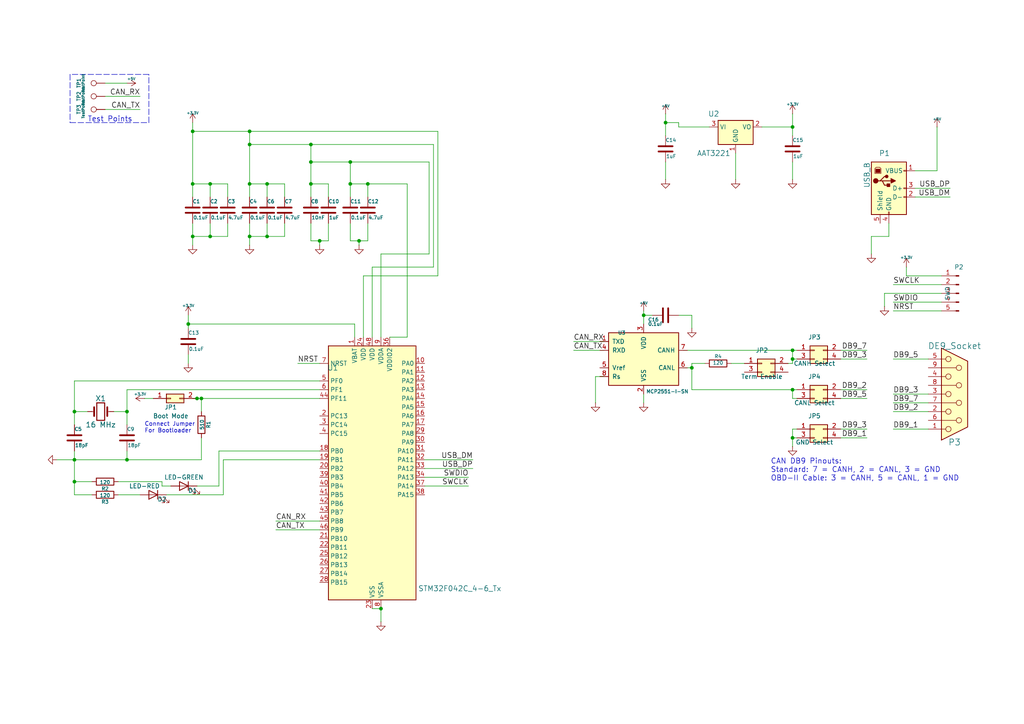
<source format=kicad_sch>
(kicad_sch (version 20250114) (generator "eeschema") (generator_version "9.0")
  (paper "A4")
  (lib_symbols
    (symbol "Connector:Conn_01x05_Pin" (pin_names (offset 1.016) (hide yes))
      (property "Reference" "J" (at 0 7.62 0))
      (property "Value" "Conn_01x05_Pin" (at 0 -7.62 0))
      (symbol "Conn_01x05_Pin_1_1"
        (rectangle (start 0.8636 5.207) (end 0 4.953) (stroke (width 0.1524)) (fill (type outline)))
        (rectangle (start 0.8636 2.667) (end 0 2.413) (stroke (width 0.1524)) (fill (type outline)))
        (rectangle (start 0.8636 0.127) (end 0 -0.127) (stroke (width 0.1524)) (fill (type outline)))
        (rectangle (start 0.8636 -2.413) (end 0 -2.667) (stroke (width 0.1524)) (fill (type outline)))
        (rectangle (start 0.8636 -4.953) (end 0 -5.207) (stroke (width 0.1524)) (fill (type outline)))
        (polyline (pts (xy 1.27 5.08) (xy 0.8636 5.08)) (stroke (width 0.1524)))
        (polyline (pts (xy 1.27 2.54) (xy 0.8636 2.54)) (stroke (width 0.1524)))
        (polyline (pts (xy 1.27 0) (xy 0.8636 0)) (stroke (width 0.1524)))
        (polyline (pts (xy 1.27 -2.54) (xy 0.8636 -2.54)) (stroke (width 0.1524)))
        (polyline (pts (xy 1.27 -5.08) (xy 0.8636 -5.08)) (stroke (width 0.1524)))
        (pin passive line (at 5.08 5.08 180) (length 3.81) (name "Pin_1") (number "1"))
        (pin passive line (at 5.08 2.54 180) (length 3.81) (name "Pin_2") (number "2"))
        (pin passive line (at 5.08 0 180) (length 3.81) (name "Pin_3") (number "3"))
        (pin passive line (at 5.08 -2.54 180) (length 3.81) (name "Pin_4") (number "4"))
        (pin passive line (at 5.08 -5.08 180) (length 3.81) (name "Pin_5") (number "5"))
      )
    )
    (symbol "Connector:DE9_Socket" (pin_names (offset 1.016) (hide yes))
      (property "Reference" "J" (at 0 13.97 0))
      (property "Value" "DE9_Socket" (at 0 -14.605 0))
      (symbol "DE9_Socket_0_1"
        (polyline (pts (xy -3.81 13.335) (xy -3.81 -13.335) (xy 3.81 -9.525) (xy 3.81 9.525) (xy -3.81 13.335)) (stroke (width 0.254)) (fill (type background)))
        (polyline (pts (xy -3.81 10.16) (xy -2.54 10.16)))
        (polyline (pts (xy -3.81 7.62) (xy 0.508 7.62)))
        (polyline (pts (xy -3.81 5.08) (xy -2.54 5.08)))
        (polyline (pts (xy -3.81 2.54) (xy 0.508 2.54)))
        (polyline (pts (xy -3.81 0) (xy -2.54 0)))
        (polyline (pts (xy -3.81 -2.54) (xy 0.508 -2.54)))
        (polyline (pts (xy -3.81 -5.08) (xy -2.54 -5.08)))
        (polyline (pts (xy -3.81 -7.62) (xy 0.508 -7.62)))
        (polyline (pts (xy -3.81 -10.16) (xy -2.54 -10.16)))
        (circle (center -1.778 10.16) (radius 0.762))
        (circle (center -1.778 5.08) (radius 0.762))
        (circle (center -1.778 0) (radius 0.762))
        (circle (center -1.778 -5.08) (radius 0.762))
        (circle (center -1.778 -10.16) (radius 0.762))
        (circle (center 1.27 7.62) (radius 0.762))
        (circle (center 1.27 2.54) (radius 0.762))
        (circle (center 1.27 -2.54) (radius 0.762))
        (circle (center 1.27 -7.62) (radius 0.762))
      )
      (symbol "DE9_Socket_1_1"
        (pin passive line (at -7.62 10.16 0) (length 3.81) (name "1") (number "1"))
        (pin passive line (at -7.62 7.62 0) (length 3.81) (name "6") (number "6"))
        (pin passive line (at -7.62 5.08 0) (length 3.81) (name "2") (number "2"))
        (pin passive line (at -7.62 2.54 0) (length 3.81) (name "7") (number "7"))
        (pin passive line (at -7.62 0 0) (length 3.81) (name "3") (number "3"))
        (pin passive line (at -7.62 -2.54 0) (length 3.81) (name "8") (number "8"))
        (pin passive line (at -7.62 -5.08 0) (length 3.81) (name "4") (number "4"))
        (pin passive line (at -7.62 -7.62 0) (length 3.81) (name "9") (number "9"))
        (pin passive line (at -7.62 -10.16 0) (length 3.81) (name "5") (number "5"))
      )
    )
    (symbol "Connector:TestPoint" (pin_numbers (hide yes)) (pin_names (offset 0.762) (hide yes))
      (property "Reference" "TP" (at 0 6.858 0))
      (property "Value" "TestPoint" (at 0 5.08 0))
      (symbol "TestPoint_0_1"
        (circle (center 0 3.302) (radius 0.762))
      )
      (symbol "TestPoint_1_1"
        (pin passive line (at 0 0 90) (length 2.54) (name "1") (number "1"))
      )
    )
    (symbol "Connector:USB_B" (pin_names (offset 1.016))
      (property "Reference" "J" (at -5.08 11.43 0))
      (property "Value" "USB_B" (at -5.08 8.89 0))
      (symbol "USB_B_0_1"
        (rectangle (start -5.08 -7.62) (end 5.08 7.62) (stroke (width 0.254)) (fill (type background)))
        (polyline (pts (xy -4.064 4.318) (xy -2.286 4.318) (xy -2.286 5.715) (xy -2.667 6.096) (xy -3.683 6.096) (xy -4.064 5.715) (xy -4.064 4.318)))
        (rectangle (start -3.81 5.588) (end -2.54 4.572) (fill (type outline)))
        (circle (center -3.81 2.159) (radius 0.635) (stroke (width 0.254)) (fill (type outline)))
        (polyline (pts (xy -3.175 2.159) (xy -2.54 2.159) (xy -1.27 3.429) (xy -0.635 3.429)) (stroke (width 0.254)))
        (polyline (pts (xy -2.54 2.159) (xy -1.905 2.159) (xy -1.27 0.889) (xy 0 0.889)) (stroke (width 0.254)))
        (polyline (pts (xy -1.905 2.159) (xy 0.635 2.159)) (stroke (width 0.254)))
        (circle (center -0.635 3.429) (radius 0.381) (stroke (width 0.254)) (fill (type outline)))
        (rectangle (start -0.127 -7.62) (end 0.127 -6.858))
        (rectangle (start 0.254 1.27) (end -0.508 0.508) (stroke (width 0.254)) (fill (type outline)))
        (polyline (pts (xy 0.635 2.794) (xy 0.635 1.524) (xy 1.905 2.159) (xy 0.635 2.794)) (stroke (width 0.254)) (fill (type outline)))
        (rectangle (start 5.08 4.953) (end 4.318 5.207))
        (rectangle (start 5.08 -0.127) (end 4.318 0.127))
        (rectangle (start 5.08 -2.667) (end 4.318 -2.413))
      )
      (symbol "USB_B_1_1"
        (pin passive line (at -2.54 -10.16 90) (length 2.54) (name "Shield") (number "5"))
        (pin power_out line (at 0 -10.16 90) (length 2.54) (name "GND") (number "4"))
        (pin power_out line (at 7.62 5.08 180) (length 2.54) (name "VBUS") (number "1"))
        (pin bidirectional line (at 7.62 0 180) (length 2.54) (name "D+") (number "3"))
        (pin bidirectional line (at 7.62 -2.54 180) (length 2.54) (name "D-") (number "2"))
      )
    )
    (symbol "Connector_Generic:Conn_02x01" (pin_names (offset 1.016) (hide yes))
      (property "Reference" "J" (at 1.27 2.54 0))
      (property "Value" "Conn_02x01" (at 1.27 -2.54 0))
      (symbol "Conn_02x01_1_1"
        (rectangle (start -1.27 1.27) (end 3.81 -1.27) (stroke (width 0.254)) (fill (type background)))
        (rectangle (start -1.27 0.127) (end 0 -0.127) (stroke (width 0.1524)))
        (rectangle (start 3.81 0.127) (end 2.54 -0.127) (stroke (width 0.1524)))
        (pin passive line (at -5.08 0 0) (length 3.81) (name "Pin_1") (number "1"))
        (pin passive line (at 7.62 0 180) (length 3.81) (name "Pin_2") (number "2"))
      )
    )
    (symbol "Connector_Generic:Conn_02x02_Odd_Even" (pin_names (offset 1.016) (hide yes))
      (property "Reference" "J" (at 1.27 2.54 0))
      (property "Value" "Conn_02x02_Odd_Even" (at 1.27 -5.08 0))
      (symbol "Conn_02x02_Odd_Even_1_1"
        (rectangle (start -1.27 1.27) (end 3.81 -3.81) (stroke (width 0.254)) (fill (type background)))
        (rectangle (start -1.27 0.127) (end 0 -0.127) (stroke (width 0.1524)))
        (rectangle (start -1.27 -2.413) (end 0 -2.667) (stroke (width 0.1524)))
        (rectangle (start 3.81 0.127) (end 2.54 -0.127) (stroke (width 0.1524)))
        (rectangle (start 3.81 -2.413) (end 2.54 -2.667) (stroke (width 0.1524)))
        (pin passive line (at -5.08 0 0) (length 3.81) (name "Pin_1") (number "1"))
        (pin passive line (at -5.08 -2.54 0) (length 3.81) (name "Pin_3") (number "3"))
        (pin passive line (at 7.62 0 180) (length 3.81) (name "Pin_2") (number "2"))
        (pin passive line (at 7.62 -2.54 180) (length 3.81) (name "Pin_4") (number "4"))
      )
    )
    (symbol "Device:C" (pin_numbers (hide yes)) (pin_names (offset 0.254))
      (property "Reference" "C" (at 0.635 2.54 0))
      (property "Value" "C" (at 0.635 -2.54 0))
      (symbol "C_0_1"
        (polyline (pts (xy -2.032 0.762) (xy 2.032 0.762)) (stroke (width 0.508)))
        (polyline (pts (xy -2.032 -0.762) (xy 2.032 -0.762)) (stroke (width 0.508)))
      )
      (symbol "C_1_1"
        (pin passive line (at 0 3.81 270) (length 2.794) (name "~") (number "1"))
        (pin passive line (at 0 -3.81 90) (length 2.794) (name "~") (number "2"))
      )
    )
    (symbol "Device:Crystal" (pin_numbers (hide yes)) (pin_names (offset 1.016) (hide yes))
      (property "Reference" "Y" (at 0 3.81 0))
      (property "Value" "Crystal" (at 0 -3.81 0))
      (symbol "Crystal_0_1"
        (polyline (pts (xy -2.54 0) (xy -1.905 0)))
        (polyline (pts (xy -1.905 -1.27) (xy -1.905 1.27)) (stroke (width 0.508)))
        (rectangle (start -1.143 2.54) (end 1.143 -2.54) (stroke (width 0.3048)))
        (polyline (pts (xy 1.905 -1.27) (xy 1.905 1.27)) (stroke (width 0.508)))
        (polyline (pts (xy 2.54 0) (xy 1.905 0)))
      )
      (symbol "Crystal_1_1"
        (pin passive line (at -3.81 0 0) (length 1.27) (name "1") (number "1"))
        (pin passive line (at 3.81 0 180) (length 1.27) (name "2") (number "2"))
      )
    )
    (symbol "Device:LED" (pin_numbers (hide yes)) (pin_names (offset 1.016) (hide yes))
      (property "Reference" "D" (at 0 2.54 0))
      (property "Value" "LED" (at 0 -2.54 0))
      (symbol "LED_0_1"
        (polyline (pts (xy -3.048 -0.762) (xy -4.572 -2.286) (xy -3.81 -2.286) (xy -4.572 -2.286) (xy -4.572 -1.524)))
        (polyline (pts (xy -1.778 -0.762) (xy -3.302 -2.286) (xy -2.54 -2.286) (xy -3.302 -2.286) (xy -3.302 -1.524)))
        (polyline (pts (xy -1.27 0) (xy 1.27 0)))
        (polyline (pts (xy -1.27 -1.27) (xy -1.27 1.27)) (stroke (width 0.254)))
        (polyline (pts (xy 1.27 -1.27) (xy 1.27 1.27) (xy -1.27 0) (xy 1.27 -1.27)) (stroke (width 0.254)))
      )
      (symbol "LED_1_1"
        (pin passive line (at -3.81 0 0) (length 2.54) (name "K") (number "1"))
        (pin passive line (at 3.81 0 180) (length 2.54) (name "A") (number "2"))
      )
    )
    (symbol "Device:R" (pin_numbers (hide yes)) (pin_names (offset 0))
      (property "Reference" "R" (at 2.032 0 90))
      (property "Value" "R" (at 0 0 90))
      (symbol "R_0_1"
        (rectangle (start -1.016 -2.54) (end 1.016 2.54) (stroke (width 0.254)))
      )
      (symbol "R_1_1"
        (pin passive line (at 0 3.81 270) (length 1.27) (name "~") (number "1"))
        (pin passive line (at 0 -3.81 90) (length 1.27) (name "~") (number "2"))
      )
    )
    (symbol "Interface_CAN_LIN:MCP2551-I-SN" (pin_names (offset 1.016))
      (property "Reference" "U" (at -10.16 8.89 0))
      (property "Value" "MCP2551-I-SN" (at 2.54 8.89 0))
      (symbol "MCP2551-I-SN_0_1"
        (rectangle (start -10.16 7.62) (end 10.16 -7.62) (stroke (width 0.254)) (fill (type background)))
      )
      (symbol "MCP2551-I-SN_1_1"
        (pin input line (at -12.7 5.08 0) (length 2.54) (name "TXD") (number "1"))
        (pin output line (at -12.7 2.54 0) (length 2.54) (name "RXD") (number "4"))
        (pin power_out line (at -12.7 -2.54 0) (length 2.54) (name "Vref") (number "5"))
        (pin input line (at -12.7 -5.08 0) (length 2.54) (name "Rs") (number "8"))
        (pin power_in line (at 0 10.16 270) (length 2.54) (name "VDD") (number "3"))
        (pin power_in line (at 0 -10.16 90) (length 2.54) (name "VSS") (number "2"))
        (pin bidirectional line (at 12.7 2.54 180) (length 2.54) (name "CANH") (number "7"))
        (pin bidirectional line (at 12.7 -2.54 180) (length 2.54) (name "CANL") (number "6"))
      )
    )
    (symbol "MCU_ST_STM32F0:STM32F042C_4-6_Tx"
      (property "Reference" "U" (at -12.7 39.37 0))
      (property "Value" "STM32F042C_4-6_Tx" (at 7.62 39.37 0))
      (symbol "STM32F042C_4-6_Tx_0_1"
        (rectangle (start -12.7 -35.56) (end 12.7 38.1) (stroke (width 0.254)) (fill (type background)))
      )
      (symbol "STM32F042C_4-6_Tx_1_1"
        (pin input line (at -15.24 33.02 0) (length 2.54) (name "NRST") (number "7"))
        (pin bidirectional line (at -15.24 27.94 0) (length 2.54) (name "PF0") (number "5"))
        (pin bidirectional line (at -15.24 25.4 0) (length 2.54) (name "PF1") (number "6"))
        (pin bidirectional line (at -15.24 22.86 0) (length 2.54) (name "PF11") (number "44"))
        (pin bidirectional line (at -15.24 17.78 0) (length 2.54) (name "PC13") (number "2"))
        (pin bidirectional line (at -15.24 15.24 0) (length 2.54) (name "PC14") (number "3"))
        (pin bidirectional line (at -15.24 12.7 0) (length 2.54) (name "PC15") (number "4"))
        (pin bidirectional line (at -15.24 7.62 0) (length 2.54) (name "PB0") (number "18"))
        (pin bidirectional line (at -15.24 5.08 0) (length 2.54) (name "PB1") (number "19"))
        (pin bidirectional line (at -15.24 2.54 0) (length 2.54) (name "PB2") (number "20"))
        (pin bidirectional line (at -15.24 0 0) (length 2.54) (name "PB3") (number "39"))
        (pin bidirectional line (at -15.24 -2.54 0) (length 2.54) (name "PB4") (number "40"))
        (pin bidirectional line (at -15.24 -5.08 0) (length 2.54) (name "PB5") (number "41"))
        (pin bidirectional line (at -15.24 -7.62 0) (length 2.54) (name "PB6") (number "42"))
        (pin bidirectional line (at -15.24 -10.16 0) (length 2.54) (name "PB7") (number "43"))
        (pin bidirectional line (at -15.24 -12.7 0) (length 2.54) (name "PB8") (number "45"))
        (pin bidirectional line (at -15.24 -15.24 0) (length 2.54) (name "PB9") (number "46"))
        (pin bidirectional line (at -15.24 -17.78 0) (length 2.54) (name "PB10") (number "21"))
        (pin bidirectional line (at -15.24 -20.32 0) (length 2.54) (name "PB11") (number "22"))
        (pin bidirectional line (at -15.24 -22.86 0) (length 2.54) (name "PB12") (number "25"))
        (pin bidirectional line (at -15.24 -25.4 0) (length 2.54) (name "PB13") (number "26"))
        (pin bidirectional line (at -15.24 -27.94 0) (length 2.54) (name "PB14") (number "27"))
        (pin bidirectional line (at -15.24 -30.48 0) (length 2.54) (name "PB15") (number "28"))
        (pin power_in line (at -5.08 40.64 270) (length 2.54) (name "VBAT") (number "1"))
        (pin power_in line (at -2.54 40.64 270) (length 2.54) (name "VDD") (number "24"))
        (pin power_in line (at 0 40.64 270) (length 2.54) (name "VDD") (number "48"))
        (pin power_in line (at 0 -38.1 90) (length 2.54) (name "VSS") (number "23"))
        (pin passive line (at 0 -38.1 90) (length 2.54) (hide yes) (name "VSS") (number "35"))
        (pin passive line (at 0 -38.1 90) (length 2.54) (hide yes) (name "VSS") (number "47"))
        (pin power_in line (at 2.54 40.64 270) (length 2.54) (name "VDDA") (number "9"))
        (pin power_in line (at 2.54 -38.1 90) (length 2.54) (name "VSSA") (number "8"))
        (pin power_in line (at 5.08 40.64 270) (length 2.54) (name "VDDIO2") (number "36"))
        (pin bidirectional line (at 15.24 33.02 180) (length 2.54) (name "PA0") (number "10"))
        (pin bidirectional line (at 15.24 30.48 180) (length 2.54) (name "PA1") (number "11"))
        (pin bidirectional line (at 15.24 27.94 180) (length 2.54) (name "PA2") (number "12"))
        (pin bidirectional line (at 15.24 25.4 180) (length 2.54) (name "PA3") (number "13"))
        (pin bidirectional line (at 15.24 22.86 180) (length 2.54) (name "PA4") (number "14"))
        (pin bidirectional line (at 15.24 20.32 180) (length 2.54) (name "PA5") (number "15"))
        (pin bidirectional line (at 15.24 17.78 180) (length 2.54) (name "PA6") (number "16"))
        (pin bidirectional line (at 15.24 15.24 180) (length 2.54) (name "PA7") (number "17"))
        (pin bidirectional line (at 15.24 12.7 180) (length 2.54) (name "PA8") (number "29"))
        (pin bidirectional line (at 15.24 10.16 180) (length 2.54) (name "PA9") (number "30"))
        (pin bidirectional line (at 15.24 7.62 180) (length 2.54) (name "PA10") (number "31"))
        (pin bidirectional line (at 15.24 5.08 180) (length 2.54) (name "PA11") (number "32"))
        (pin bidirectional line (at 15.24 2.54 180) (length 2.54) (name "PA12") (number "33"))
        (pin bidirectional line (at 15.24 0 180) (length 2.54) (name "PA13") (number "34"))
        (pin bidirectional line (at 15.24 -2.54 180) (length 2.54) (name "PA14") (number "37"))
        (pin bidirectional line (at 15.24 -5.08 180) (length 2.54) (name "PA15") (number "38"))
      )
    )
    (symbol "Regulator_Linear:AMS1117-3.3"
      (property "Reference" "U" (at -3.81 3.175 0))
      (property "Value" "AMS1117-3.3" (at 0 3.175 0))
      (symbol "AMS1117-3.3_0_1"
        (rectangle (start -5.08 -5.08) (end 5.08 1.905) (stroke (width 0.254)) (fill (type background)))
      )
      (symbol "AMS1117-3.3_1_1"
        (pin power_in line (at -7.62 0 0) (length 2.54) (name "VI") (number "3"))
        (pin power_in line (at 0 -7.62 90) (length 2.54) (name "GND") (number "1"))
        (pin power_out line (at 7.62 0 180) (length 2.54) (name "VO") (number "2"))
      )
    )
    (symbol "power:+3.3V" (power) (pin_numbers (hide yes)) (pin_names (offset 0) (hide yes))
      (property "Value" "+3.3V" (at 0 3.556 0))
      (symbol "+3.3V_0_1"
        (polyline (pts (xy -0.762 1.27) (xy 0 2.54)))
        (polyline (pts (xy 0 2.54) (xy 0.762 1.27)))
        (polyline (pts (xy 0 0) (xy 0 2.54)))
      )
      (symbol "+3.3V_1_1"
        (pin power_in line (at 0 0 90) (length 0) (name "~") (number "1"))
      )
    )
    (symbol "power:+5V" (power) (pin_numbers (hide yes)) (pin_names (offset 0) (hide yes))
      (property "Value" "+5V" (at 0 3.556 0))
      (symbol "+5V_0_1"
        (polyline (pts (xy -0.762 1.27) (xy 0 2.54)))
        (polyline (pts (xy 0 2.54) (xy 0.762 1.27)))
        (polyline (pts (xy 0 0) (xy 0 2.54)))
      )
      (symbol "+5V_1_1"
        (pin power_in line (at 0 0 90) (length 0) (name "~") (number "1"))
      )
    )
    (symbol "power:GND" (power) (pin_numbers (hide yes)) (pin_names (offset 0) (hide yes))
      (property "Value" "GND" (at 0 -3.81 0))
      (symbol "GND_0_1"
        (polyline (pts (xy 0 0) (xy 0 -1.27) (xy 1.27 -1.27) (xy 0 -2.54) (xy -1.27 -1.27) (xy 0 -1.27)))
      )
      (symbol "GND_1_1"
        (pin power_in line (at 0 0 270) (length 0) (name "~") (number "1"))
      )
    )
  )
  (text "CAN DB9 Pinouts:\nStandard: 7 = CANH, 2 = CANL, 3 = GND\nOBD-II Cable: 3 = CANH, 5 = CANL, 1 = GND" (at 223.52 139.7 0) (effects (font (size 1.524 1.524)) (justify left bottom)))
  (text "Test Points" (at 25.4 35.56 0) (effects (font (size 1.524 1.524)) (justify left bottom)))
  (text "Connect Jumper\nFor Bootloader" (at 41.91 125.73 0) (effects (font (size 1.1938 1.1938)) (justify left bottom)))
  (junction (at 36.83 119.38))
  (junction (at 90.17 46.99))
  (junction (at 21.59 139.7))
  (junction (at 36.83 133.35))
  (junction (at 110.49 176.53))
  (junction (at 55.88 68.58))
  (junction (at 92.71 69.85))
  (junction (at 101.6 53.34))
  (junction (at 55.88 53.34))
  (junction (at 106.68 53.34))
  (junction (at 60.96 53.34))
  (junction (at 21.59 133.35))
  (junction (at 58.42 115.57))
  (junction (at 72.39 38.1))
  (junction (at 229.87 36.83))
  (junction (at 101.6 46.99))
  (junction (at 200.66 106.68))
  (junction (at 57.15 115.57))
  (junction (at 72.39 68.58))
  (junction (at 55.88 38.1))
  (junction (at 54.61 93.98))
  (junction (at 77.47 53.34))
  (junction (at 72.39 53.34))
  (junction (at 104.14 69.85))
  (junction (at 193.04 35.56))
  (junction (at 229.87 113.03))
  (junction (at 72.39 41.91))
  (junction (at 60.96 68.58))
  (junction (at 186.69 91.44))
  (junction (at 229.87 104.14))
  (junction (at 21.59 119.38))
  (junction (at 229.87 101.6))
  (junction (at 229.87 127))
  (junction (at 77.47 68.58))
  (junction (at 90.17 41.91))
  (junction (at 90.17 53.34))
  (wire (pts (xy 36.83 113.03) (xy 92.71 113.03)))
  (wire (pts (xy 193.04 46.99) (xy 193.04 52.07)))
  (wire (pts (xy 21.59 110.49) (xy 21.59 119.38)))
  (wire (pts (xy 231.14 101.6) (xy 229.87 101.6)))
  (wire (pts (xy 30.48 27.94) (xy 40.64 27.94)))
  (wire (pts (xy 127 38.1) (xy 127 80.01)))
  (wire (pts (xy 21.59 130.81) (xy 21.59 133.35)))
  (polyline (pts (xy 43.18 21.59) (xy 20.32 21.59)) (stroke (width 0) (type dash)))
  (wire (pts (xy 77.47 68.58) (xy 82.55 68.58)))
  (polyline (pts (xy 43.18 35.56) (xy 43.18 21.59)) (stroke (width 0) (type dash)))
  (wire (pts (xy 77.47 64.77) (xy 77.47 68.58)))
  (wire (pts (xy 30.48 24.13) (xy 36.83 24.13)))
  (wire (pts (xy 213.36 44.45) (xy 213.36 52.07)))
  (wire (pts (xy 36.83 133.35) (xy 58.42 133.35)))
  (wire (pts (xy 243.84 101.6) (xy 251.46 101.6)))
  (wire (pts (xy 55.88 64.77) (xy 55.88 68.58)))
  (wire (pts (xy 90.17 64.77) (xy 90.17 69.85)))
  (wire (pts (xy 269.24 114.3) (xy 259.08 114.3)))
  (wire (pts (xy 256.54 85.09) (xy 273.05 85.09)))
  (wire (pts (xy 55.88 68.58) (xy 60.96 68.58)))
  (wire (pts (xy 90.17 46.99) (xy 90.17 53.34)))
  (wire (pts (xy 72.39 38.1) (xy 72.39 41.91)))
  (wire (pts (xy 229.87 115.57) (xy 229.87 113.03)))
  (wire (pts (xy 198.12 106.68) (xy 200.66 106.68)))
  (wire (pts (xy 33.02 119.38) (xy 36.83 119.38)))
  (wire (pts (xy 54.61 93.98) (xy 54.61 95.25)))
  (wire (pts (xy 105.41 80.01) (xy 105.41 97.79)))
  (wire (pts (xy 193.04 35.56) (xy 196.85 35.56)))
  (wire (pts (xy 58.42 115.57) (xy 58.42 119.38)))
  (wire (pts (xy 251.46 127) (xy 243.84 127)))
  (wire (pts (xy 72.39 68.58) (xy 72.39 71.12)))
  (wire (pts (xy 118.11 53.34) (xy 118.11 97.79)))
  (wire (pts (xy 269.24 124.46) (xy 259.08 124.46)))
  (wire (pts (xy 21.59 110.49) (xy 92.71 110.49)))
  (wire (pts (xy 273.05 82.55) (xy 259.08 82.55)))
  (wire (pts (xy 54.61 102.87) (xy 54.61 105.41)))
  (wire (pts (xy 107.95 77.47) (xy 125.73 77.47)))
  (wire (pts (xy 82.55 64.77) (xy 82.55 68.58)))
  (wire (pts (xy 231.14 127) (xy 229.87 127)))
  (wire (pts (xy 26.67 143.51) (xy 21.59 143.51)))
  (wire (pts (xy 36.83 113.03) (xy 36.83 119.38)))
  (wire (pts (xy 259.08 119.38) (xy 269.24 119.38)))
  (wire (pts (xy 30.48 31.75) (xy 40.64 31.75)))
  (wire (pts (xy 55.88 68.58) (xy 55.88 71.12)))
  (wire (pts (xy 110.49 97.79) (xy 110.49 73.66)))
  (wire (pts (xy 106.68 53.34) (xy 118.11 53.34)))
  (wire (pts (xy 95.25 53.34) (xy 90.17 53.34)))
  (wire (pts (xy 60.96 53.34) (xy 66.04 53.34)))
  (wire (pts (xy 21.59 119.38) (xy 21.59 123.19)))
  (wire (pts (xy 231.14 124.46) (xy 229.87 124.46)))
  (wire (pts (xy 229.87 46.99) (xy 229.87 52.07)))
  (wire (pts (xy 63.5 140.97) (xy 57.15 140.97)))
  (wire (pts (xy 252.73 68.58) (xy 257.81 68.58)))
  (wire (pts (xy 58.42 127) (xy 58.42 133.35)))
  (wire (pts (xy 243.84 113.03) (xy 251.46 113.03)))
  (wire (pts (xy 186.69 90.17) (xy 186.69 91.44)))
  (wire (pts (xy 90.17 41.91) (xy 90.17 46.99)))
  (wire (pts (xy 196.85 91.44) (xy 200.66 91.44)))
  (wire (pts (xy 200.66 106.68) (xy 200.66 113.03)))
  (wire (pts (xy 252.73 68.58) (xy 252.73 73.66)))
  (wire (pts (xy 186.69 91.44) (xy 186.69 93.98)))
  (wire (pts (xy 123.19 133.35) (xy 137.16 133.35)))
  (wire (pts (xy 90.17 46.99) (xy 101.6 46.99)))
  (wire (pts (xy 72.39 41.91) (xy 72.39 53.34)))
  (wire (pts (xy 41.91 115.57) (xy 44.45 115.57)))
  (wire (pts (xy 107.95 97.79) (xy 107.95 77.47)))
  (wire (pts (xy 55.88 38.1) (xy 72.39 38.1)))
  (wire (pts (xy 259.08 104.14) (xy 269.24 104.14)))
  (wire (pts (xy 265.43 54.61) (xy 275.59 54.61)))
  (wire (pts (xy 46.99 139.7) (xy 34.29 139.7)))
  (wire (pts (xy 90.17 69.85) (xy 92.71 69.85)))
  (wire (pts (xy 123.19 135.89) (xy 137.16 135.89)))
  (wire (pts (xy 251.46 104.14) (xy 243.84 104.14)))
  (wire (pts (xy 265.43 49.53) (xy 271.78 49.53)))
  (wire (pts (xy 72.39 53.34) (xy 77.47 53.34)))
  (wire (pts (xy 54.61 93.98) (xy 54.61 91.44)))
  (wire (pts (xy 104.14 71.12) (xy 104.14 69.85)))
  (wire (pts (xy 231.14 104.14) (xy 229.87 104.14)))
  (wire (pts (xy 256.54 85.09) (xy 256.54 88.9)))
  (wire (pts (xy 90.17 53.34) (xy 90.17 57.15)))
  (wire (pts (xy 259.08 116.84) (xy 269.24 116.84)))
  (wire (pts (xy 55.88 115.57) (xy 57.15 115.57)))
  (wire (pts (xy 55.88 35.56) (xy 55.88 38.1)))
  (wire (pts (xy 200.66 91.44) (xy 200.66 95.25)))
  (wire (pts (xy 220.98 36.83) (xy 229.87 36.83)))
  (wire (pts (xy 21.59 119.38) (xy 25.4 119.38)))
  (wire (pts (xy 36.83 119.38) (xy 36.83 123.19)))
  (wire (pts (xy 172.72 116.84) (xy 172.72 109.22)))
  (wire (pts (xy 186.69 91.44) (xy 189.23 91.44)))
  (wire (pts (xy 273.05 87.63) (xy 259.08 87.63)))
  (wire (pts (xy 106.68 64.77) (xy 106.68 69.85)))
  (wire (pts (xy 77.47 53.34) (xy 77.47 57.15)))
  (wire (pts (xy 229.87 124.46) (xy 229.87 127)))
  (wire (pts (xy 57.15 115.57) (xy 58.42 115.57)))
  (wire (pts (xy 229.87 105.41) (xy 228.6 105.41)))
  (wire (pts (xy 229.87 33.02) (xy 229.87 36.83)))
  (wire (pts (xy 196.85 36.83) (xy 205.74 36.83)))
  (wire (pts (xy 64.77 133.35) (xy 64.77 143.51)))
  (wire (pts (xy 124.46 73.66) (xy 124.46 46.99)))
  (wire (pts (xy 36.83 130.81) (xy 36.83 133.35)))
  (wire (pts (xy 60.96 68.58) (xy 66.04 68.58)))
  (wire (pts (xy 123.19 138.43) (xy 135.89 138.43)))
  (wire (pts (xy 72.39 41.91) (xy 90.17 41.91)))
  (wire (pts (xy 127 80.01) (xy 105.41 80.01)))
  (wire (pts (xy 16.51 133.35) (xy 21.59 133.35)))
  (wire (pts (xy 86.36 105.41) (xy 92.71 105.41)))
  (wire (pts (xy 107.95 176.53) (xy 110.49 176.53)))
  (wire (pts (xy 60.96 64.77) (xy 60.96 68.58)))
  (wire (pts (xy 92.71 69.85) (xy 95.25 69.85)))
  (wire (pts (xy 125.73 77.47) (xy 125.73 41.91)))
  (wire (pts (xy 58.42 115.57) (xy 92.71 115.57)))
  (wire (pts (xy 95.25 53.34) (xy 95.25 57.15)))
  (wire (pts (xy 60.96 53.34) (xy 60.96 57.15)))
  (wire (pts (xy 231.14 115.57) (xy 229.87 115.57)))
  (polyline (pts (xy 20.32 21.59) (xy 20.32 35.56)) (stroke (width 0) (type dash)))
  (wire (pts (xy 21.59 133.35) (xy 21.59 139.7)))
  (wire (pts (xy 212.09 105.41) (xy 215.9 105.41)))
  (wire (pts (xy 72.39 53.34) (xy 72.39 57.15)))
  (wire (pts (xy 200.66 105.41) (xy 204.47 105.41)))
  (wire (pts (xy 101.6 53.34) (xy 101.6 57.15)))
  (wire (pts (xy 80.01 153.67) (xy 92.71 153.67)))
  (wire (pts (xy 110.49 73.66) (xy 124.46 73.66)))
  (wire (pts (xy 72.39 64.77) (xy 72.39 68.58)))
  (wire (pts (xy 166.37 99.06) (xy 175.26 99.06)))
  (wire (pts (xy 229.87 101.6) (xy 229.87 104.14)))
  (wire (pts (xy 46.99 140.97) (xy 46.99 139.7)))
  (wire (pts (xy 118.11 97.79) (xy 113.03 97.79)))
  (wire (pts (xy 166.37 101.6) (xy 175.26 101.6)))
  (wire (pts (xy 229.87 127) (xy 229.87 129.54)))
  (wire (pts (xy 66.04 53.34) (xy 66.04 57.15)))
  (wire (pts (xy 21.59 139.7) (xy 26.67 139.7)))
  (wire (pts (xy 196.85 36.83) (xy 196.85 35.56)))
  (wire (pts (xy 102.87 93.98) (xy 102.87 97.79)))
  (polyline (pts (xy 20.32 35.56) (xy 43.18 35.56)) (stroke (width 0) (type dash)))
  (wire (pts (xy 198.12 101.6) (xy 229.87 101.6)))
  (wire (pts (xy 82.55 53.34) (xy 82.55 57.15)))
  (wire (pts (xy 72.39 68.58) (xy 77.47 68.58)))
  (wire (pts (xy 21.59 133.35) (xy 36.83 133.35)))
  (wire (pts (xy 200.66 105.41) (xy 200.66 106.68)))
  (wire (pts (xy 110.49 176.53) (xy 110.49 180.34)))
  (wire (pts (xy 80.01 151.13) (xy 92.71 151.13)))
  (wire (pts (xy 92.71 130.81) (xy 63.5 130.81)))
  (wire (pts (xy 186.69 114.3) (xy 186.69 116.84)))
  (wire (pts (xy 123.19 140.97) (xy 135.89 140.97)))
  (wire (pts (xy 229.87 36.83) (xy 229.87 39.37)))
  (wire (pts (xy 229.87 113.03) (xy 231.14 113.03)))
  (wire (pts (xy 271.78 36.83) (xy 271.78 49.53)))
  (wire (pts (xy 172.72 109.22) (xy 175.26 109.22)))
  (wire (pts (xy 193.04 33.02) (xy 193.04 35.56)))
  (wire (pts (xy 55.88 53.34) (xy 55.88 57.15)))
  (wire (pts (xy 104.14 69.85) (xy 106.68 69.85)))
  (wire (pts (xy 273.05 80.01) (xy 262.89 80.01)))
  (wire (pts (xy 66.04 64.77) (xy 66.04 68.58)))
  (wire (pts (xy 200.66 113.03) (xy 229.87 113.03)))
  (wire (pts (xy 54.61 93.98) (xy 102.87 93.98)))
  (wire (pts (xy 101.6 64.77) (xy 101.6 69.85)))
  (wire (pts (xy 55.88 53.34) (xy 60.96 53.34)))
  (wire (pts (xy 101.6 46.99) (xy 101.6 53.34)))
  (wire (pts (xy 193.04 35.56) (xy 193.04 39.37)))
  (wire (pts (xy 101.6 69.85) (xy 104.14 69.85)))
  (wire (pts (xy 92.71 71.12) (xy 92.71 69.85)))
  (wire (pts (xy 49.53 140.97) (xy 46.99 140.97)))
  (wire (pts (xy 48.26 143.51) (xy 64.77 143.51)))
  (wire (pts (xy 40.64 143.51) (xy 34.29 143.51)))
  (wire (pts (xy 55.88 38.1) (xy 55.88 53.34)))
  (wire (pts (xy 265.43 57.15) (xy 275.59 57.15)))
  (wire (pts (xy 90.17 41.91) (xy 125.73 41.91)))
  (wire (pts (xy 259.08 90.17) (xy 273.05 90.17)))
  (wire (pts (xy 101.6 46.99) (xy 124.46 46.99)))
  (wire (pts (xy 77.47 53.34) (xy 82.55 53.34)))
  (wire (pts (xy 251.46 115.57) (xy 243.84 115.57)))
  (wire (pts (xy 262.89 80.01) (xy 262.89 77.47)))
  (wire (pts (xy 95.25 64.77) (xy 95.25 69.85)))
  (wire (pts (xy 21.59 139.7) (xy 21.59 143.51)))
  (wire (pts (xy 229.87 105.41) (xy 229.87 104.14)))
  (wire (pts (xy 92.71 133.35) (xy 64.77 133.35)))
  (wire (pts (xy 257.81 68.58) (xy 257.81 64.77)))
  (wire (pts (xy 243.84 124.46) (xy 251.46 124.46)))
  (wire (pts (xy 63.5 130.81) (xy 63.5 140.97)))
  (wire (pts (xy 72.39 38.1) (xy 127 38.1)))
  (wire (pts (xy 106.68 53.34) (xy 106.68 57.15)))
  (wire (pts (xy 101.6 53.34) (xy 106.68 53.34)))
  (label "SWCLK" (at 135.89 140.97 180) (effects (font (size 1.524 1.524))))
  (label "DB9_7" (at 251.46 101.6 180) (effects (font (size 1.524 1.524))))
  (label "NRST" (at 259.08 90.17 0) (effects (font (size 1.524 1.524))))
  (label "CAN_RX" (at 80.01 151.13 0) (effects (font (size 1.524 1.524))))
  (label "SWDIO" (at 259.08 87.63 0) (effects (font (size 1.524 1.524))))
  (label "DB9_3" (at 251.46 124.46 180) (effects (font (size 1.524 1.524))))
  (label "DB9_5" (at 259.08 104.14 0) (effects (font (size 1.524 1.524))))
  (label "DB9_3" (at 251.46 104.14 180) (effects (font (size 1.524 1.524))))
  (label "USB_DM" (at 275.59 57.15 180) (effects (font (size 1.524 1.524))))
  (label "SWCLK" (at 259.08 82.55 0) (effects (font (size 1.524 1.524))))
  (label "DB9_1" (at 251.46 127 180) (effects (font (size 1.524 1.524))))
  (label "CAN_TX" (at 80.01 153.67 0) (effects (font (size 1.524 1.524))))
  (label "DB9_2" (at 251.46 113.03 180) (effects (font (size 1.524 1.524))))
  (label "SWDIO" (at 135.89 138.43 180) (effects (font (size 1.524 1.524))))
  (label "USB_DM" (at 137.16 133.35 180) (effects (font (size 1.524 1.524))))
  (label "USB_DP" (at 137.16 135.89 180) (effects (font (size 1.524 1.524))))
  (label "CAN_RX" (at 40.64 27.94 180) (effects (font (size 1.524 1.524))))
  (label "CAN_TX" (at 40.64 31.75 180) (effects (font (size 1.524 1.524))))
  (label "NRST" (at 86.36 105.41 0) (effects (font (size 1.524 1.524))))
  (label "DB9_7" (at 259.08 116.84 0) (effects (font (size 1.524 1.524))))
  (label "DB9_1" (at 259.08 124.46 0) (effects (font (size 1.524 1.524))))
  (label "DB9_5" (at 251.46 115.57 180) (effects (font (size 1.524 1.524))))
  (label "DB9_2" (at 259.08 119.38 0) (effects (font (size 1.524 1.524))))
  (label "DB9_3" (at 259.08 114.3 0) (effects (font (size 1.524 1.524))))
  (label "USB_DP" (at 275.59 54.61 180) (effects (font (size 1.524 1.524))))
  (label "CAN_TX" (at 166.37 101.6 0) (effects (font (size 1.524 1.524))))
  (label "CAN_RX" (at 166.37 99.06 0) (effects (font (size 1.524 1.524))))
  (symbol (lib_id "power:GND") (at 110.49 180.34 0) (unit 1)
    (property "Reference" "#PWR01" (effects (hide yes)))
    (property "Value" "GND" (effects (hide yes)))
  )
  (symbol (lib_id "Device:C") (at 106.68 60.96 0) (unit 1)
    (property "Reference" "C12" (at 106.68 58.42 0) (effects (font (size 1.016 1.016)) (justify left)))
    (property "Value" "4.7uF" (at 106.8324 63.119 0) (effects (font (size 1.016 1.016)) (justify left)))
    (property "Footprint" "Capacitor_SMD:C_0603_1608Metric" (effects (hide yes)))
    (property "MPN" "GRM188R60J475KE19D" (effects (hide yes)))
  )
  (symbol (lib_id "Device:C") (at 101.6 60.96 0) (unit 1)
    (property "Reference" "C11" (at 101.6 58.42 0) (effects (font (size 1.016 1.016)) (justify left)))
    (property "Value" "0.1uF" (at 101.7524 63.119 0) (effects (font (size 1.016 1.016)) (justify left)))
    (property "Footprint" "Capacitor_SMD:C_0603_1608Metric" (effects (hide yes)))
    (property "MPN" "GRM188R71C104KA01D" (effects (hide yes)))
  )
  (symbol (lib_id "Device:C") (at 95.25 60.96 0) (unit 1)
    (property "Reference" "C10" (at 95.25 58.42 0) (effects (font (size 1.016 1.016)) (justify left)))
    (property "Value" "1uF" (at 95.4024 63.119 0) (effects (font (size 1.016 1.016)) (justify left)))
    (property "Footprint" "Capacitor_SMD:C_0603_1608Metric" (effects (hide yes)))
    (property "MPN" "GRM188R61E105KA12D" (effects (hide yes)))
  )
  (symbol (lib_id "Device:C") (at 90.17 60.96 0) (unit 1)
    (property "Reference" "C8" (at 90.17 58.42 0) (effects (font (size 1.016 1.016)) (justify left)))
    (property "Value" "10nF" (at 90.3224 63.119 0) (effects (font (size 1.016 1.016)) (justify left)))
    (property "Footprint" "Capacitor_SMD:C_0603_1608Metric" (effects (hide yes)))
    (property "MPN" "GRM188R71H103KA01D" (effects (hide yes)))
  )
  (symbol (lib_id "Device:C") (at 82.55 60.96 0) (unit 1)
    (property "Reference" "C7" (at 82.55 58.42 0) (effects (font (size 1.016 1.016)) (justify left)))
    (property "Value" "4.7uF" (at 82.7024 63.119 0) (effects (font (size 1.016 1.016)) (justify left)))
    (property "Footprint" "Capacitor_SMD:C_0603_1608Metric" (effects (hide yes)))
    (property "MPN" "GRM188R60J475KE19D" (effects (hide yes)))
  )
  (symbol (lib_id "Device:C") (at 77.47 60.96 0) (unit 1)
    (property "Reference" "C6" (at 77.47 58.42 0) (effects (font (size 1.016 1.016)) (justify left)))
    (property "Value" "0.1uF" (at 77.6224 63.119 0) (effects (font (size 1.016 1.016)) (justify left)))
    (property "Footprint" "Capacitor_SMD:C_0603_1608Metric" (effects (hide yes)))
    (property "MPN" "GRM188R71C104KA01D" (effects (hide yes)))
  )
  (symbol (lib_id "Device:C") (at 72.39 60.96 0) (unit 1)
    (property "Reference" "C4" (at 72.39 58.42 0) (effects (font (size 1.016 1.016)) (justify left)))
    (property "Value" "0.1uF" (at 72.5424 63.119 0) (effects (font (size 1.016 1.016)) (justify left)))
    (property "Footprint" "Capacitor_SMD:C_0603_1608Metric" (effects (hide yes)))
    (property "MPN" "GRM188R71C104KA01D" (effects (hide yes)))
  )
  (symbol (lib_id "Connector:USB_B") (at 257.81 54.61 0) (unit 1)
    (property "Reference" "P1" (at 256.54 44.45 0) (effects (font (size 1.524 1.524))))
    (property "Value" "USB_B" (at 251.46 50.8 90) (effects (font (size 1.524 1.524))))
    (property "Footprint" "Connector_USB:USB_B_OST_USB-B1HSxx_Horizontal" (effects (hide yes)))
    (property "MPN" "USB-B1HSB6" (effects (hide yes)))
  )
  (symbol (lib_id "power:+5V") (at 271.78 36.83 0) (unit 1)
    (property "Reference" "#PWR02" (effects (hide yes)))
    (property "Value" "+5V" (at 271.78 34.544 0) (effects (font (size 0.762 0.762))))
  )
  (symbol (lib_id "power:GND") (at 252.73 73.66 0) (unit 1)
    (property "Reference" "#PWR03" (effects (hide yes)))
    (property "Value" "GND" (effects (hide yes)))
  )
  (symbol (lib_id "Regulator_Linear:AMS1117-3.3") (at 213.36 36.83 0) (unit 1)
    (property "Reference" "U2" (at 207.01 33.02 0) (effects (font (size 1.524 1.524))))
    (property "Value" "AAT3221" (at 207.01 44.45 0) (effects (font (size 1.524 1.524))))
    (property "Footprint" "Package_TO_SOT_SMD:SOT-23-5" (effects (hide yes)))
    (property "MPN" "AAT3221IGV-3.3-T1" (effects (hide yes)))
  )
  (symbol (lib_id "power:+5V") (at 193.04 33.02 0) (unit 1)
    (property "Reference" "#PWR04" (effects (hide yes)))
    (property "Value" "+5V" (at 193.04 30.734 0) (effects (font (size 0.762 0.762))))
  )
  (symbol (lib_id "Device:C") (at 193.04 43.18 0) (unit 1)
    (property "Reference" "C14" (at 193.04 40.64 0) (effects (font (size 1.016 1.016)) (justify left)))
    (property "Value" "1uF" (at 193.1924 45.339 0) (effects (font (size 1.016 1.016)) (justify left)))
    (property "Footprint" "Capacitor_SMD:C_0603_1608Metric" (effects (hide yes)))
    (property "MPN" "GRM188R61E105KA12D" (effects (hide yes)))
  )
  (symbol (lib_id "Device:C") (at 229.87 43.18 0) (unit 1)
    (property "Reference" "C15" (at 229.87 40.64 0) (effects (font (size 1.016 1.016)) (justify left)))
    (property "Value" "1uF" (at 230.0224 45.339 0) (effects (font (size 1.016 1.016)) (justify left)))
    (property "Footprint" "Capacitor_SMD:C_0603_1608Metric" (effects (hide yes)))
    (property "MPN" "GRM188R61E105KA12D" (effects (hide yes)))
  )
  (symbol (lib_id "power:GND") (at 193.04 52.07 0) (unit 1)
    (property "Reference" "#PWR05" (effects (hide yes)))
    (property "Value" "GND" (effects (hide yes)))
  )
  (symbol (lib_id "power:GND") (at 213.36 52.07 0) (unit 1)
    (property "Reference" "#PWR06" (effects (hide yes)))
    (property "Value" "GND" (effects (hide yes)))
  )
  (symbol (lib_id "power:GND") (at 229.87 52.07 0) (unit 1)
    (property "Reference" "#PWR07" (effects (hide yes)))
    (property "Value" "GND" (effects (hide yes)))
  )
  (symbol (lib_id "power:+3.3V") (at 229.87 33.02 0) (unit 1)
    (property "Reference" "#PWR08" (effects (hide yes)))
    (property "Value" "+3.3V" (at 229.87 30.226 0) (effects (font (size 0.762 0.762))))
  )
  (symbol (lib_id "Device:C") (at 21.59 127 0) (unit 1)
    (property "Reference" "C5" (at 21.59 124.46 0) (effects (font (size 1.016 1.016)) (justify left)))
    (property "Value" "18pF" (at 21.7424 129.159 0) (effects (font (size 1.016 1.016)) (justify left)))
    (property "Footprint" "Capacitor_SMD:C_0603_1608Metric" (effects (hide yes)))
    (property "MPN" "CL10C180JB8NNNC" (effects (hide yes)))
  )
  (symbol (lib_id "Device:C") (at 36.83 127 0) (unit 1)
    (property "Reference" "C9" (at 36.83 124.46 0) (effects (font (size 1.016 1.016)) (justify left)))
    (property "Value" "18pF" (at 36.9824 129.159 0) (effects (font (size 1.016 1.016)) (justify left)))
    (property "Footprint" "Capacitor_SMD:C_0603_1608Metric" (effects (hide yes)))
    (property "MPN" "CL10C180JB8NNNC" (effects (hide yes)))
  )
  (symbol (lib_id "power:GND") (at 16.51 133.35 270) (unit 1)
    (property "Reference" "#PWR09" (effects (hide yes)))
    (property "Value" "GND" (effects (hide yes)))
  )
  (symbol (lib_id "MCU_ST_STM32F0:STM32F042C_4-6_Tx") (at 107.95 138.43 0) (unit 1)
    (property "Reference" "U1" (at 96.52 106.68 0) (effects (font (size 1.524 1.524))))
    (property "Value" "STM32F042C_4-6_Tx" (at 133.35 170.688 0) (effects (font (size 1.524 1.524))))
    (property "Footprint" "Package_QFP:LQFP-48_7x7mm_P0.5mm" (effects (hide yes)))
    (property "MPN" "STM32F042C6T6" (effects (hide yes)))
  )
  (symbol (lib_id "Device:C") (at 66.04 60.96 0) (unit 1)
    (property "Reference" "C3" (at 66.04 58.42 0) (effects (font (size 1.016 1.016)) (justify left)))
    (property "Value" "4.7uF" (at 66.1924 63.119 0) (effects (font (size 1.016 1.016)) (justify left)))
    (property "Footprint" "Capacitor_SMD:C_0603_1608Metric" (effects (hide yes)))
    (property "MPN" "GRM188R60J475KE19D" (effects (hide yes)))
  )
  (symbol (lib_id "Device:C") (at 60.96 60.96 0) (unit 1)
    (property "Reference" "C2" (at 60.96 58.42 0) (effects (font (size 1.016 1.016)) (justify left)))
    (property "Value" "0.1uF" (at 61.1124 63.119 0) (effects (font (size 1.016 1.016)) (justify left)))
    (property "Footprint" "Capacitor_SMD:C_0603_1608Metric" (effects (hide yes)))
    (property "MPN" "GRM188R71C104KA01D" (effects (hide yes)))
  )
  (symbol (lib_id "Device:C") (at 55.88 60.96 0) (unit 1)
    (property "Reference" "C1" (at 55.88 58.42 0) (effects (font (size 1.016 1.016)) (justify left)))
    (property "Value" "0.1uF" (at 56.0324 63.119 0) (effects (font (size 1.016 1.016)) (justify left)))
    (property "Footprint" "Capacitor_SMD:C_0603_1608Metric" (effects (hide yes)))
    (property "MPN" "GRM188R71C104KA01D" (effects (hide yes)))
  )
  (symbol (lib_id "Device:C") (at 54.61 99.06 0) (unit 1)
    (property "Reference" "C13" (at 54.61 96.52 0) (effects (font (size 1.016 1.016)) (justify left)))
    (property "Value" "0.1uF" (at 54.7624 101.219 0) (effects (font (size 1.016 1.016)) (justify left)))
    (property "Footprint" "Capacitor_SMD:C_0603_1608Metric" (effects (hide yes)))
    (property "MPN" "GRM188R71C104KA01D" (effects (hide yes)))
  )
  (symbol (lib_id "power:+3.3V") (at 55.88 35.56 0) (unit 1)
    (property "Reference" "#PWR010" (effects (hide yes)))
    (property "Value" "+3.3V" (at 55.88 32.766 0) (effects (font (size 0.762 0.762))))
  )
  (symbol (lib_id "power:GND") (at 55.88 71.12 0) (unit 1)
    (property "Reference" "#PWR011" (effects (hide yes)))
    (property "Value" "GND" (effects (hide yes)))
  )
  (symbol (lib_id "power:GND") (at 72.39 71.12 0) (unit 1)
    (property "Reference" "#PWR012" (effects (hide yes)))
    (property "Value" "GND" (effects (hide yes)))
  )
  (symbol (lib_id "power:GND") (at 92.71 71.12 0) (unit 1)
    (property "Reference" "#PWR013" (effects (hide yes)))
    (property "Value" "GND" (effects (hide yes)))
  )
  (symbol (lib_id "power:GND") (at 104.14 71.12 0) (unit 1)
    (property "Reference" "#PWR014" (effects (hide yes)))
    (property "Value" "GND" (effects (hide yes)))
  )
  (symbol (lib_id "power:GND") (at 54.61 105.41 0) (unit 1)
    (property "Reference" "#PWR015" (effects (hide yes)))
    (property "Value" "GND" (effects (hide yes)))
  )
  (symbol (lib_id "Interface_CAN_LIN:MCP2551-I-SN") (at 186.69 104.14 0) (unit 1)
    (property "Reference" "U3" (at 180.34 96.52 0) (effects (font (size 1.016 1.016))))
    (property "Value" "MCP2551-I-SN" (at 193.548 113.538 0) (effects (font (size 1.016 1.016))))
    (property "Footprint" "Package_SO:SOIC-8_3.9x4.9mm_P1.27mm" (effects (hide yes)))
    (property "MPN" "MCP2551-I/SN" (effects (hide yes)))
  )
  (symbol (lib_id "Connector_Generic:Conn_02x02_Odd_Even") (at 236.22 101.6 0) (unit 1)
    (property "Reference" "JP3" (at 236.22 97.79 0))
    (property "Value" "CANH Select" (at 236.22 105.41 0))
    (property "Footprint" "cantact:0015912040" (effects (hide yes)))
    (property "MPN" "0015912040" (effects (hide yes)))
  )
  (symbol (lib_id "power:GND") (at 172.72 116.84 0) (unit 1)
    (property "Reference" "#PWR016" (effects (hide yes)))
    (property "Value" "GND" (effects (hide yes)))
  )
  (symbol (lib_id "power:GND") (at 186.69 116.84 0) (unit 1)
    (property "Reference" "#PWR017" (effects (hide yes)))
    (property "Value" "GND" (effects (hide yes)))
  )
  (symbol (lib_id "Connector_Generic:Conn_02x02_Odd_Even") (at 236.22 113.03 0) (unit 1)
    (property "Reference" "JP4" (at 236.22 109.22 0))
    (property "Value" "CANL Select" (at 236.22 116.84 0))
    (property "Footprint" "cantact:0015912040" (effects (hide yes)))
    (property "MPN" "0015912040" (effects (hide yes)))
  )
  (symbol (lib_id "Connector_Generic:Conn_02x02_Odd_Even") (at 236.22 124.46 0) (unit 1)
    (property "Reference" "JP5" (at 236.22 120.65 0))
    (property "Value" "GND Select" (at 236.22 128.27 0))
    (property "Footprint" "cantact:0015912040" (effects (hide yes)))
    (property "MPN" "0015912040" (effects (hide yes)))
  )
  (symbol (lib_id "Device:C") (at 193.04 91.44 270) (unit 1)
    (property "Reference" "C16" (at 187.96 92.71 90) (effects (font (size 1.016 1.016)) (justify left)))
    (property "Value" "0.1uF" (at 187.96 93.98 90) (effects (font (size 1.016 1.016)) (justify left)))
    (property "Footprint" "Capacitor_SMD:C_0603_1608Metric" (effects (hide yes)))
  )
  (symbol (lib_id "power:GND") (at 200.66 95.25 0) (unit 1)
    (property "Reference" "#PWR018" (effects (hide yes)))
    (property "Value" "GND" (effects (hide yes)))
  )
  (symbol (lib_id "Connector:DE9_Socket") (at 276.86 114.3 0) (mirror x) (unit 1)
    (property "Reference" "P3" (at 276.86 128.27 0) (effects (font (size 1.778 1.778))))
    (property "Value" "DE9_Socket" (at 276.86 100.33 0) (effects (font (size 1.778 1.778))))
    (property "Footprint" "cantact:DB9MC" (effects (hide yes)))
    (property "MPN" "SDS107-PRW1-M09-SN63-11" (effects (hide yes)))
  )
  (symbol (lib_id "power:+5V") (at 186.69 90.17 0) (unit 1)
    (property "Reference" "#PWR019" (effects (hide yes)))
    (property "Value" "+5V" (at 186.69 87.884 0) (effects (font (size 0.762 0.762))))
  )
  (symbol (lib_id "Connector_Generic:Conn_02x02_Odd_Even") (at 220.98 105.41 0) (unit 1)
    (property "Reference" "JP2" (at 220.98 101.6 0))
    (property "Value" "Term Enable" (at 220.98 109.22 0))
    (property "Footprint" "cantact:0015912040" (effects (hide yes)))
    (property "MPN" "0015912040" (effects (hide yes)))
  )
  (symbol (lib_id "Device:R") (at 208.28 105.41 90) (unit 1)
    (property "Reference" "R4" (at 208.28 103.378 90) (effects (font (size 1.016 1.016))))
    (property "Value" "120" (at 208.2546 105.2322 90) (effects (font (size 1.016 1.016))))
    (property "Footprint" "Resistor_SMD:R_0603_1608Metric" (effects (hide yes)))
    (property "MPN" "MCR03ERTF1200" (effects (hide yes)))
  )
  (symbol (lib_id "power:GND") (at 229.87 129.54 0) (unit 1)
    (property "Reference" "#PWR020" (effects (hide yes)))
    (property "Value" "GND" (effects (hide yes)))
  )
  (symbol (lib_id "power:GND") (at 256.54 88.9 0) (unit 1)
    (property "Reference" "#PWR021" (effects (hide yes)))
    (property "Value" "GND" (effects (hide yes)))
  )
  (symbol (lib_id "power:+3.3V") (at 262.89 77.47 0) (unit 1)
    (property "Reference" "#PWR022" (effects (hide yes)))
    (property "Value" "+3.3V" (at 262.89 74.676 0) (effects (font (size 0.762 0.762))))
  )
  (symbol (lib_id "Connector:Conn_01x05_Pin") (at 278.13 85.09 0) (mirror y) (unit 1)
    (property "Reference" "P2" (at 278.13 77.47 0))
    (property "Value" "SWD" (at 275.59 85.09 90) (effects (justify top)))
    (property "Footprint" "Connector_PinHeader_1.00mm:PinHeader_1x05_P1.00mm_Vertical" (effects (hide yes)))
  )
  (symbol (lib_id "Device:LED") (at 53.34 140.97 0) (mirror y) (unit 1)
    (property "Reference" "D1" (at 55.88 142.24 0))
    (property "Value" "LED-GREEN" (at 53.34 138.43 0))
    (property "Footprint" "Resistor_SMD:R_0603_1608Metric" (effects (hide yes)))
    (property "MPN" "LTST-C191KGKT" (effects (hide yes)))
  )
  (symbol (lib_id "Device:LED") (at 44.45 143.51 0) (mirror y) (unit 1)
    (property "Reference" "D2" (at 46.99 144.78 0))
    (property "Value" "LED-RED" (at 41.91 140.97 0))
    (property "Footprint" "Resistor_SMD:R_0603_1608Metric" (effects (hide yes)))
    (property "MPN" "LTST-C191KRKT" (effects (hide yes)))
  )
  (symbol (lib_id "Device:R") (at 30.48 143.51 90) (mirror x) (unit 1)
    (property "Reference" "R3" (at 30.48 145.542 90) (effects (font (size 1.016 1.016))))
    (property "Value" "120" (at 30.4546 143.6878 90) (effects (font (size 1.016 1.016))))
    (property "Footprint" "Resistor_SMD:R_0603_1608Metric" (effects (hide yes)))
    (property "MPN" "MCR03ERTF1200" (effects (hide yes)))
  )
  (symbol (lib_id "Device:R") (at 30.48 139.7 90) (mirror x) (unit 1)
    (property "Reference" "R2" (at 30.48 141.732 90) (effects (font (size 1.016 1.016))))
    (property "Value" "120" (at 30.4546 139.8778 90) (effects (font (size 1.016 1.016))))
    (property "Footprint" "Resistor_SMD:R_0603_1608Metric" (effects (hide yes)))
    (property "MPN" "MCR03ERTF1200" (effects (hide yes)))
  )
  (symbol (lib_id "Device:R") (at 58.42 123.19 0) (unit 1)
    (property "Reference" "R1" (at 60.452 123.19 90) (effects (font (size 1.016 1.016))))
    (property "Value" "510" (at 58.5978 123.1646 90) (effects (font (size 1.016 1.016))))
    (property "Footprint" "Resistor_SMD:R_0603_1608Metric" (effects (hide yes)))
    (property "MPN" "MCR03ERTF5100" (effects (hide yes)))
  )
  (symbol (lib_id "power:+3.3V") (at 41.91 115.57 90) (unit 1)
    (property "Reference" "#PWR024" (effects (hide yes)))
    (property "Value" "+3.3V" (at 40.64 114.3 90) (effects (font (size 0.762 0.762))))
  )
  (symbol (lib_id "Connector_Generic:Conn_02x01") (at 49.53 115.57 0) (unit 1)
    (property "Reference" "JP1" (at 49.53 118.11 0))
    (property "Value" "Boot Mode" (at 49.53 120.65 0))
    (property "Footprint" "Connector_PinHeader_2.54mm:PinHeader_1x02_P2.54mm_Vertical" (effects (hide yes)))
  )
  (symbol (lib_id "Connector:TestPoint") (at 30.48 27.94 90) (unit 1)
    (property "Reference" "TP2" (at 22.86 27.94 0) (effects (font (size 1.016 1.016))))
    (property "Value" "TestPoint" (at 24.13 27.94 0) (effects (font (size 0.762 0.762))))
    (property "Footprint" "TestPoint:TestPoint_Pad_D1.0mm" (effects (hide yes)))
  )
  (symbol (lib_id "Connector:TestPoint") (at 30.48 31.75 90) (unit 1)
    (property "Reference" "TP3" (at 22.86 31.75 0) (effects (font (size 1.016 1.016))))
    (property "Value" "TestPoint" (at 24.13 31.75 0) (effects (font (size 0.762 0.762))))
    (property "Footprint" "TestPoint:TestPoint_Pad_D1.0mm" (effects (hide yes)))
  )
  (symbol (lib_id "Connector:TestPoint") (at 30.48 24.13 90) (unit 1)
    (property "Reference" "TP1" (at 22.86 24.13 0) (effects (font (size 1.016 1.016))))
    (property "Value" "TestPoint" (at 24.13 24.13 0) (effects (font (size 0.762 0.762))))
    (property "Footprint" "TestPoint:TestPoint_Pad_D1.0mm" (effects (hide yes)))
  )
  (symbol (lib_id "power:+5V") (at 36.83 24.13 270) (unit 1)
    (property "Reference" "#PWR025" (effects (hide yes)))
    (property "Value" "+5V" (at 38.1 22.86 90) (effects (font (size 0.762 0.762))))
  )
  (symbol (lib_id "power:+3.3V") (at 54.61 91.44 0) (unit 1)
    (property "Reference" "#PWR026" (effects (hide yes)))
    (property "Value" "+3.3V" (at 54.61 88.646 0) (effects (font (size 0.762 0.762))))
  )
  (symbol (lib_id "Device:Crystal") (at 29.21 119.38 0) (unit 1)
    (property "Reference" "X1" (at 29.21 115.57 0) (effects (font (size 1.524 1.524))))
    (property "Value" "16 MHz" (at 29.21 123.19 0) (effects (font (size 1.524 1.524))))
    (property "Footprint" "Crystal:Crystal_SMD_HC49-SD" (effects (hide yes)))
    (property "MPN" "9C-16.000MAAJ-T" (effects (hide yes)))
  )
)
</source>
